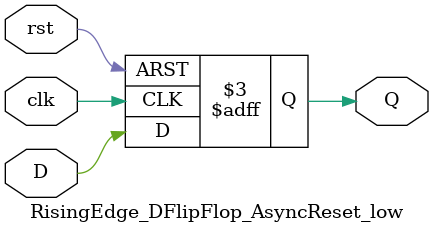
<source format=v>
`timescale 1ns / 1ps


module RisingEdge_DFlipFlop_AsyncReset_low(D,clk, rst, Q);
    input D, clk;
    input rst;
    output reg Q;
    
    always@(posedge clk or negedge rst)
        begin
            if(rst == 1'b0)
                Q <= 1'b0;
            else
                Q <= D;
        end
endmodule



</source>
